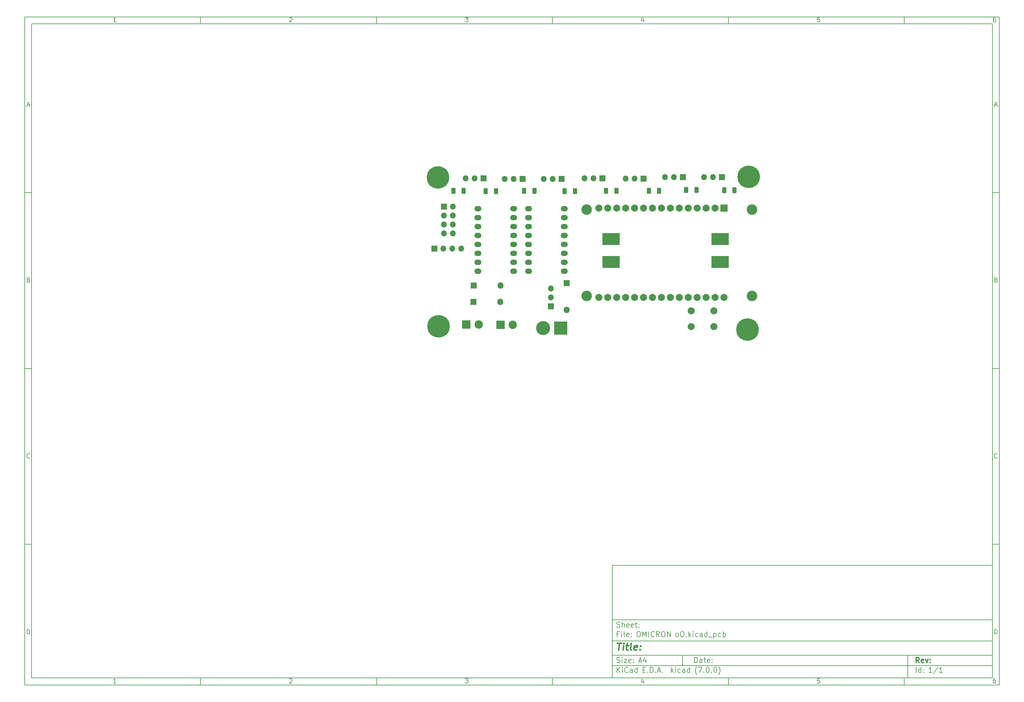
<source format=gbr>
%TF.GenerationSoftware,KiCad,Pcbnew,(7.0.0)*%
%TF.CreationDate,2023-04-21T00:05:07-05:00*%
%TF.ProjectId,OMICRON oO,4f4d4943-524f-44e2-906f-4f2e6b696361,rev?*%
%TF.SameCoordinates,Original*%
%TF.FileFunction,Soldermask,Bot*%
%TF.FilePolarity,Negative*%
%FSLAX46Y46*%
G04 Gerber Fmt 4.6, Leading zero omitted, Abs format (unit mm)*
G04 Created by KiCad (PCBNEW (7.0.0)) date 2023-04-21 00:05:07*
%MOMM*%
%LPD*%
G01*
G04 APERTURE LIST*
G04 Aperture macros list*
%AMRoundRect*
0 Rectangle with rounded corners*
0 $1 Rounding radius*
0 $2 $3 $4 $5 $6 $7 $8 $9 X,Y pos of 4 corners*
0 Add a 4 corners polygon primitive as box body*
4,1,4,$2,$3,$4,$5,$6,$7,$8,$9,$2,$3,0*
0 Add four circle primitives for the rounded corners*
1,1,$1+$1,$2,$3*
1,1,$1+$1,$4,$5*
1,1,$1+$1,$6,$7*
1,1,$1+$1,$8,$9*
0 Add four rect primitives between the rounded corners*
20,1,$1+$1,$2,$3,$4,$5,0*
20,1,$1+$1,$4,$5,$6,$7,0*
20,1,$1+$1,$6,$7,$8,$9,0*
20,1,$1+$1,$8,$9,$2,$3,0*%
G04 Aperture macros list end*
%ADD10C,0.100000*%
%ADD11C,0.150000*%
%ADD12C,0.300000*%
%ADD13C,0.400000*%
%ADD14O,2.000000X1.524000*%
%ADD15R,1.700000X1.700000*%
%ADD16O,1.700000X1.700000*%
%ADD17C,0.800000*%
%ADD18C,6.400000*%
%ADD19R,1.800000X1.800000*%
%ADD20O,1.800000X1.800000*%
%ADD21R,2.400000X2.400000*%
%ADD22C,2.400000*%
%ADD23R,3.800000X3.800000*%
%ADD24C,4.000000*%
%ADD25C,3.000000*%
%ADD26R,2.000000X2.000000*%
%ADD27C,2.000000*%
%ADD28RoundRect,0.250000X-0.312500X-0.625000X0.312500X-0.625000X0.312500X0.625000X-0.312500X0.625000X0*%
%ADD29RoundRect,0.250000X0.312500X0.625000X-0.312500X0.625000X-0.312500X-0.625000X0.312500X-0.625000X0*%
%ADD30R,5.000000X3.500000*%
G04 APERTURE END LIST*
D10*
D11*
X177002200Y-166007200D02*
X285002200Y-166007200D01*
X285002200Y-198007200D01*
X177002200Y-198007200D01*
X177002200Y-166007200D01*
D10*
D11*
X10000000Y-10000000D02*
X287002200Y-10000000D01*
X287002200Y-200007200D01*
X10000000Y-200007200D01*
X10000000Y-10000000D01*
D10*
D11*
X12000000Y-12000000D02*
X285002200Y-12000000D01*
X285002200Y-198007200D01*
X12000000Y-198007200D01*
X12000000Y-12000000D01*
D10*
D11*
X60000000Y-12000000D02*
X60000000Y-10000000D01*
D10*
D11*
X110000000Y-12000000D02*
X110000000Y-10000000D01*
D10*
D11*
X160000000Y-12000000D02*
X160000000Y-10000000D01*
D10*
D11*
X210000000Y-12000000D02*
X210000000Y-10000000D01*
D10*
D11*
X260000000Y-12000000D02*
X260000000Y-10000000D01*
D10*
D11*
X35990476Y-11477595D02*
X35247619Y-11477595D01*
X35619047Y-11477595D02*
X35619047Y-10177595D01*
X35619047Y-10177595D02*
X35495238Y-10363309D01*
X35495238Y-10363309D02*
X35371428Y-10487119D01*
X35371428Y-10487119D02*
X35247619Y-10549023D01*
D10*
D11*
X85247619Y-10301404D02*
X85309523Y-10239500D01*
X85309523Y-10239500D02*
X85433333Y-10177595D01*
X85433333Y-10177595D02*
X85742857Y-10177595D01*
X85742857Y-10177595D02*
X85866666Y-10239500D01*
X85866666Y-10239500D02*
X85928571Y-10301404D01*
X85928571Y-10301404D02*
X85990476Y-10425214D01*
X85990476Y-10425214D02*
X85990476Y-10549023D01*
X85990476Y-10549023D02*
X85928571Y-10734738D01*
X85928571Y-10734738D02*
X85185714Y-11477595D01*
X85185714Y-11477595D02*
X85990476Y-11477595D01*
D10*
D11*
X135185714Y-10177595D02*
X135990476Y-10177595D01*
X135990476Y-10177595D02*
X135557142Y-10672833D01*
X135557142Y-10672833D02*
X135742857Y-10672833D01*
X135742857Y-10672833D02*
X135866666Y-10734738D01*
X135866666Y-10734738D02*
X135928571Y-10796642D01*
X135928571Y-10796642D02*
X135990476Y-10920452D01*
X135990476Y-10920452D02*
X135990476Y-11229976D01*
X135990476Y-11229976D02*
X135928571Y-11353785D01*
X135928571Y-11353785D02*
X135866666Y-11415690D01*
X135866666Y-11415690D02*
X135742857Y-11477595D01*
X135742857Y-11477595D02*
X135371428Y-11477595D01*
X135371428Y-11477595D02*
X135247619Y-11415690D01*
X135247619Y-11415690D02*
X135185714Y-11353785D01*
D10*
D11*
X185866666Y-10610928D02*
X185866666Y-11477595D01*
X185557142Y-10115690D02*
X185247619Y-11044261D01*
X185247619Y-11044261D02*
X186052380Y-11044261D01*
D10*
D11*
X235928571Y-10177595D02*
X235309523Y-10177595D01*
X235309523Y-10177595D02*
X235247619Y-10796642D01*
X235247619Y-10796642D02*
X235309523Y-10734738D01*
X235309523Y-10734738D02*
X235433333Y-10672833D01*
X235433333Y-10672833D02*
X235742857Y-10672833D01*
X235742857Y-10672833D02*
X235866666Y-10734738D01*
X235866666Y-10734738D02*
X235928571Y-10796642D01*
X235928571Y-10796642D02*
X235990476Y-10920452D01*
X235990476Y-10920452D02*
X235990476Y-11229976D01*
X235990476Y-11229976D02*
X235928571Y-11353785D01*
X235928571Y-11353785D02*
X235866666Y-11415690D01*
X235866666Y-11415690D02*
X235742857Y-11477595D01*
X235742857Y-11477595D02*
X235433333Y-11477595D01*
X235433333Y-11477595D02*
X235309523Y-11415690D01*
X235309523Y-11415690D02*
X235247619Y-11353785D01*
D10*
D11*
X285866666Y-10177595D02*
X285619047Y-10177595D01*
X285619047Y-10177595D02*
X285495238Y-10239500D01*
X285495238Y-10239500D02*
X285433333Y-10301404D01*
X285433333Y-10301404D02*
X285309523Y-10487119D01*
X285309523Y-10487119D02*
X285247619Y-10734738D01*
X285247619Y-10734738D02*
X285247619Y-11229976D01*
X285247619Y-11229976D02*
X285309523Y-11353785D01*
X285309523Y-11353785D02*
X285371428Y-11415690D01*
X285371428Y-11415690D02*
X285495238Y-11477595D01*
X285495238Y-11477595D02*
X285742857Y-11477595D01*
X285742857Y-11477595D02*
X285866666Y-11415690D01*
X285866666Y-11415690D02*
X285928571Y-11353785D01*
X285928571Y-11353785D02*
X285990476Y-11229976D01*
X285990476Y-11229976D02*
X285990476Y-10920452D01*
X285990476Y-10920452D02*
X285928571Y-10796642D01*
X285928571Y-10796642D02*
X285866666Y-10734738D01*
X285866666Y-10734738D02*
X285742857Y-10672833D01*
X285742857Y-10672833D02*
X285495238Y-10672833D01*
X285495238Y-10672833D02*
X285371428Y-10734738D01*
X285371428Y-10734738D02*
X285309523Y-10796642D01*
X285309523Y-10796642D02*
X285247619Y-10920452D01*
D10*
D11*
X60000000Y-198007200D02*
X60000000Y-200007200D01*
D10*
D11*
X110000000Y-198007200D02*
X110000000Y-200007200D01*
D10*
D11*
X160000000Y-198007200D02*
X160000000Y-200007200D01*
D10*
D11*
X210000000Y-198007200D02*
X210000000Y-200007200D01*
D10*
D11*
X260000000Y-198007200D02*
X260000000Y-200007200D01*
D10*
D11*
X35990476Y-199484795D02*
X35247619Y-199484795D01*
X35619047Y-199484795D02*
X35619047Y-198184795D01*
X35619047Y-198184795D02*
X35495238Y-198370509D01*
X35495238Y-198370509D02*
X35371428Y-198494319D01*
X35371428Y-198494319D02*
X35247619Y-198556223D01*
D10*
D11*
X85247619Y-198308604D02*
X85309523Y-198246700D01*
X85309523Y-198246700D02*
X85433333Y-198184795D01*
X85433333Y-198184795D02*
X85742857Y-198184795D01*
X85742857Y-198184795D02*
X85866666Y-198246700D01*
X85866666Y-198246700D02*
X85928571Y-198308604D01*
X85928571Y-198308604D02*
X85990476Y-198432414D01*
X85990476Y-198432414D02*
X85990476Y-198556223D01*
X85990476Y-198556223D02*
X85928571Y-198741938D01*
X85928571Y-198741938D02*
X85185714Y-199484795D01*
X85185714Y-199484795D02*
X85990476Y-199484795D01*
D10*
D11*
X135185714Y-198184795D02*
X135990476Y-198184795D01*
X135990476Y-198184795D02*
X135557142Y-198680033D01*
X135557142Y-198680033D02*
X135742857Y-198680033D01*
X135742857Y-198680033D02*
X135866666Y-198741938D01*
X135866666Y-198741938D02*
X135928571Y-198803842D01*
X135928571Y-198803842D02*
X135990476Y-198927652D01*
X135990476Y-198927652D02*
X135990476Y-199237176D01*
X135990476Y-199237176D02*
X135928571Y-199360985D01*
X135928571Y-199360985D02*
X135866666Y-199422890D01*
X135866666Y-199422890D02*
X135742857Y-199484795D01*
X135742857Y-199484795D02*
X135371428Y-199484795D01*
X135371428Y-199484795D02*
X135247619Y-199422890D01*
X135247619Y-199422890D02*
X135185714Y-199360985D01*
D10*
D11*
X185866666Y-198618128D02*
X185866666Y-199484795D01*
X185557142Y-198122890D02*
X185247619Y-199051461D01*
X185247619Y-199051461D02*
X186052380Y-199051461D01*
D10*
D11*
X235928571Y-198184795D02*
X235309523Y-198184795D01*
X235309523Y-198184795D02*
X235247619Y-198803842D01*
X235247619Y-198803842D02*
X235309523Y-198741938D01*
X235309523Y-198741938D02*
X235433333Y-198680033D01*
X235433333Y-198680033D02*
X235742857Y-198680033D01*
X235742857Y-198680033D02*
X235866666Y-198741938D01*
X235866666Y-198741938D02*
X235928571Y-198803842D01*
X235928571Y-198803842D02*
X235990476Y-198927652D01*
X235990476Y-198927652D02*
X235990476Y-199237176D01*
X235990476Y-199237176D02*
X235928571Y-199360985D01*
X235928571Y-199360985D02*
X235866666Y-199422890D01*
X235866666Y-199422890D02*
X235742857Y-199484795D01*
X235742857Y-199484795D02*
X235433333Y-199484795D01*
X235433333Y-199484795D02*
X235309523Y-199422890D01*
X235309523Y-199422890D02*
X235247619Y-199360985D01*
D10*
D11*
X285866666Y-198184795D02*
X285619047Y-198184795D01*
X285619047Y-198184795D02*
X285495238Y-198246700D01*
X285495238Y-198246700D02*
X285433333Y-198308604D01*
X285433333Y-198308604D02*
X285309523Y-198494319D01*
X285309523Y-198494319D02*
X285247619Y-198741938D01*
X285247619Y-198741938D02*
X285247619Y-199237176D01*
X285247619Y-199237176D02*
X285309523Y-199360985D01*
X285309523Y-199360985D02*
X285371428Y-199422890D01*
X285371428Y-199422890D02*
X285495238Y-199484795D01*
X285495238Y-199484795D02*
X285742857Y-199484795D01*
X285742857Y-199484795D02*
X285866666Y-199422890D01*
X285866666Y-199422890D02*
X285928571Y-199360985D01*
X285928571Y-199360985D02*
X285990476Y-199237176D01*
X285990476Y-199237176D02*
X285990476Y-198927652D01*
X285990476Y-198927652D02*
X285928571Y-198803842D01*
X285928571Y-198803842D02*
X285866666Y-198741938D01*
X285866666Y-198741938D02*
X285742857Y-198680033D01*
X285742857Y-198680033D02*
X285495238Y-198680033D01*
X285495238Y-198680033D02*
X285371428Y-198741938D01*
X285371428Y-198741938D02*
X285309523Y-198803842D01*
X285309523Y-198803842D02*
X285247619Y-198927652D01*
D10*
D11*
X10000000Y-60000000D02*
X12000000Y-60000000D01*
D10*
D11*
X10000000Y-110000000D02*
X12000000Y-110000000D01*
D10*
D11*
X10000000Y-160000000D02*
X12000000Y-160000000D01*
D10*
D11*
X10690476Y-35106166D02*
X11309523Y-35106166D01*
X10566666Y-35477595D02*
X10999999Y-34177595D01*
X10999999Y-34177595D02*
X11433333Y-35477595D01*
D10*
D11*
X11092857Y-84796642D02*
X11278571Y-84858547D01*
X11278571Y-84858547D02*
X11340476Y-84920452D01*
X11340476Y-84920452D02*
X11402380Y-85044261D01*
X11402380Y-85044261D02*
X11402380Y-85229976D01*
X11402380Y-85229976D02*
X11340476Y-85353785D01*
X11340476Y-85353785D02*
X11278571Y-85415690D01*
X11278571Y-85415690D02*
X11154761Y-85477595D01*
X11154761Y-85477595D02*
X10659523Y-85477595D01*
X10659523Y-85477595D02*
X10659523Y-84177595D01*
X10659523Y-84177595D02*
X11092857Y-84177595D01*
X11092857Y-84177595D02*
X11216666Y-84239500D01*
X11216666Y-84239500D02*
X11278571Y-84301404D01*
X11278571Y-84301404D02*
X11340476Y-84425214D01*
X11340476Y-84425214D02*
X11340476Y-84549023D01*
X11340476Y-84549023D02*
X11278571Y-84672833D01*
X11278571Y-84672833D02*
X11216666Y-84734738D01*
X11216666Y-84734738D02*
X11092857Y-84796642D01*
X11092857Y-84796642D02*
X10659523Y-84796642D01*
D10*
D11*
X11402380Y-135353785D02*
X11340476Y-135415690D01*
X11340476Y-135415690D02*
X11154761Y-135477595D01*
X11154761Y-135477595D02*
X11030952Y-135477595D01*
X11030952Y-135477595D02*
X10845238Y-135415690D01*
X10845238Y-135415690D02*
X10721428Y-135291880D01*
X10721428Y-135291880D02*
X10659523Y-135168071D01*
X10659523Y-135168071D02*
X10597619Y-134920452D01*
X10597619Y-134920452D02*
X10597619Y-134734738D01*
X10597619Y-134734738D02*
X10659523Y-134487119D01*
X10659523Y-134487119D02*
X10721428Y-134363309D01*
X10721428Y-134363309D02*
X10845238Y-134239500D01*
X10845238Y-134239500D02*
X11030952Y-134177595D01*
X11030952Y-134177595D02*
X11154761Y-134177595D01*
X11154761Y-134177595D02*
X11340476Y-134239500D01*
X11340476Y-134239500D02*
X11402380Y-134301404D01*
D10*
D11*
X10659523Y-185477595D02*
X10659523Y-184177595D01*
X10659523Y-184177595D02*
X10969047Y-184177595D01*
X10969047Y-184177595D02*
X11154761Y-184239500D01*
X11154761Y-184239500D02*
X11278571Y-184363309D01*
X11278571Y-184363309D02*
X11340476Y-184487119D01*
X11340476Y-184487119D02*
X11402380Y-184734738D01*
X11402380Y-184734738D02*
X11402380Y-184920452D01*
X11402380Y-184920452D02*
X11340476Y-185168071D01*
X11340476Y-185168071D02*
X11278571Y-185291880D01*
X11278571Y-185291880D02*
X11154761Y-185415690D01*
X11154761Y-185415690D02*
X10969047Y-185477595D01*
X10969047Y-185477595D02*
X10659523Y-185477595D01*
D10*
D11*
X287002200Y-60000000D02*
X285002200Y-60000000D01*
D10*
D11*
X287002200Y-110000000D02*
X285002200Y-110000000D01*
D10*
D11*
X287002200Y-160000000D02*
X285002200Y-160000000D01*
D10*
D11*
X285692676Y-35106166D02*
X286311723Y-35106166D01*
X285568866Y-35477595D02*
X286002199Y-34177595D01*
X286002199Y-34177595D02*
X286435533Y-35477595D01*
D10*
D11*
X286095057Y-84796642D02*
X286280771Y-84858547D01*
X286280771Y-84858547D02*
X286342676Y-84920452D01*
X286342676Y-84920452D02*
X286404580Y-85044261D01*
X286404580Y-85044261D02*
X286404580Y-85229976D01*
X286404580Y-85229976D02*
X286342676Y-85353785D01*
X286342676Y-85353785D02*
X286280771Y-85415690D01*
X286280771Y-85415690D02*
X286156961Y-85477595D01*
X286156961Y-85477595D02*
X285661723Y-85477595D01*
X285661723Y-85477595D02*
X285661723Y-84177595D01*
X285661723Y-84177595D02*
X286095057Y-84177595D01*
X286095057Y-84177595D02*
X286218866Y-84239500D01*
X286218866Y-84239500D02*
X286280771Y-84301404D01*
X286280771Y-84301404D02*
X286342676Y-84425214D01*
X286342676Y-84425214D02*
X286342676Y-84549023D01*
X286342676Y-84549023D02*
X286280771Y-84672833D01*
X286280771Y-84672833D02*
X286218866Y-84734738D01*
X286218866Y-84734738D02*
X286095057Y-84796642D01*
X286095057Y-84796642D02*
X285661723Y-84796642D01*
D10*
D11*
X286404580Y-135353785D02*
X286342676Y-135415690D01*
X286342676Y-135415690D02*
X286156961Y-135477595D01*
X286156961Y-135477595D02*
X286033152Y-135477595D01*
X286033152Y-135477595D02*
X285847438Y-135415690D01*
X285847438Y-135415690D02*
X285723628Y-135291880D01*
X285723628Y-135291880D02*
X285661723Y-135168071D01*
X285661723Y-135168071D02*
X285599819Y-134920452D01*
X285599819Y-134920452D02*
X285599819Y-134734738D01*
X285599819Y-134734738D02*
X285661723Y-134487119D01*
X285661723Y-134487119D02*
X285723628Y-134363309D01*
X285723628Y-134363309D02*
X285847438Y-134239500D01*
X285847438Y-134239500D02*
X286033152Y-134177595D01*
X286033152Y-134177595D02*
X286156961Y-134177595D01*
X286156961Y-134177595D02*
X286342676Y-134239500D01*
X286342676Y-134239500D02*
X286404580Y-134301404D01*
D10*
D11*
X285661723Y-185477595D02*
X285661723Y-184177595D01*
X285661723Y-184177595D02*
X285971247Y-184177595D01*
X285971247Y-184177595D02*
X286156961Y-184239500D01*
X286156961Y-184239500D02*
X286280771Y-184363309D01*
X286280771Y-184363309D02*
X286342676Y-184487119D01*
X286342676Y-184487119D02*
X286404580Y-184734738D01*
X286404580Y-184734738D02*
X286404580Y-184920452D01*
X286404580Y-184920452D02*
X286342676Y-185168071D01*
X286342676Y-185168071D02*
X286280771Y-185291880D01*
X286280771Y-185291880D02*
X286156961Y-185415690D01*
X286156961Y-185415690D02*
X285971247Y-185477595D01*
X285971247Y-185477595D02*
X285661723Y-185477595D01*
D10*
D11*
X200359342Y-193658271D02*
X200359342Y-192158271D01*
X200359342Y-192158271D02*
X200716485Y-192158271D01*
X200716485Y-192158271D02*
X200930771Y-192229700D01*
X200930771Y-192229700D02*
X201073628Y-192372557D01*
X201073628Y-192372557D02*
X201145057Y-192515414D01*
X201145057Y-192515414D02*
X201216485Y-192801128D01*
X201216485Y-192801128D02*
X201216485Y-193015414D01*
X201216485Y-193015414D02*
X201145057Y-193301128D01*
X201145057Y-193301128D02*
X201073628Y-193443985D01*
X201073628Y-193443985D02*
X200930771Y-193586842D01*
X200930771Y-193586842D02*
X200716485Y-193658271D01*
X200716485Y-193658271D02*
X200359342Y-193658271D01*
X202502200Y-193658271D02*
X202502200Y-192872557D01*
X202502200Y-192872557D02*
X202430771Y-192729700D01*
X202430771Y-192729700D02*
X202287914Y-192658271D01*
X202287914Y-192658271D02*
X202002200Y-192658271D01*
X202002200Y-192658271D02*
X201859342Y-192729700D01*
X202502200Y-193586842D02*
X202359342Y-193658271D01*
X202359342Y-193658271D02*
X202002200Y-193658271D01*
X202002200Y-193658271D02*
X201859342Y-193586842D01*
X201859342Y-193586842D02*
X201787914Y-193443985D01*
X201787914Y-193443985D02*
X201787914Y-193301128D01*
X201787914Y-193301128D02*
X201859342Y-193158271D01*
X201859342Y-193158271D02*
X202002200Y-193086842D01*
X202002200Y-193086842D02*
X202359342Y-193086842D01*
X202359342Y-193086842D02*
X202502200Y-193015414D01*
X203002200Y-192658271D02*
X203573628Y-192658271D01*
X203216485Y-192158271D02*
X203216485Y-193443985D01*
X203216485Y-193443985D02*
X203287914Y-193586842D01*
X203287914Y-193586842D02*
X203430771Y-193658271D01*
X203430771Y-193658271D02*
X203573628Y-193658271D01*
X204645057Y-193586842D02*
X204502200Y-193658271D01*
X204502200Y-193658271D02*
X204216486Y-193658271D01*
X204216486Y-193658271D02*
X204073628Y-193586842D01*
X204073628Y-193586842D02*
X204002200Y-193443985D01*
X204002200Y-193443985D02*
X204002200Y-192872557D01*
X204002200Y-192872557D02*
X204073628Y-192729700D01*
X204073628Y-192729700D02*
X204216486Y-192658271D01*
X204216486Y-192658271D02*
X204502200Y-192658271D01*
X204502200Y-192658271D02*
X204645057Y-192729700D01*
X204645057Y-192729700D02*
X204716486Y-192872557D01*
X204716486Y-192872557D02*
X204716486Y-193015414D01*
X204716486Y-193015414D02*
X204002200Y-193158271D01*
X205359342Y-193515414D02*
X205430771Y-193586842D01*
X205430771Y-193586842D02*
X205359342Y-193658271D01*
X205359342Y-193658271D02*
X205287914Y-193586842D01*
X205287914Y-193586842D02*
X205359342Y-193515414D01*
X205359342Y-193515414D02*
X205359342Y-193658271D01*
X205359342Y-192729700D02*
X205430771Y-192801128D01*
X205430771Y-192801128D02*
X205359342Y-192872557D01*
X205359342Y-192872557D02*
X205287914Y-192801128D01*
X205287914Y-192801128D02*
X205359342Y-192729700D01*
X205359342Y-192729700D02*
X205359342Y-192872557D01*
D10*
D11*
X177002200Y-194507200D02*
X285002200Y-194507200D01*
D10*
D11*
X178359342Y-196458271D02*
X178359342Y-194958271D01*
X179216485Y-196458271D02*
X178573628Y-195601128D01*
X179216485Y-194958271D02*
X178359342Y-195815414D01*
X179859342Y-196458271D02*
X179859342Y-195458271D01*
X179859342Y-194958271D02*
X179787914Y-195029700D01*
X179787914Y-195029700D02*
X179859342Y-195101128D01*
X179859342Y-195101128D02*
X179930771Y-195029700D01*
X179930771Y-195029700D02*
X179859342Y-194958271D01*
X179859342Y-194958271D02*
X179859342Y-195101128D01*
X181430771Y-196315414D02*
X181359343Y-196386842D01*
X181359343Y-196386842D02*
X181145057Y-196458271D01*
X181145057Y-196458271D02*
X181002200Y-196458271D01*
X181002200Y-196458271D02*
X180787914Y-196386842D01*
X180787914Y-196386842D02*
X180645057Y-196243985D01*
X180645057Y-196243985D02*
X180573628Y-196101128D01*
X180573628Y-196101128D02*
X180502200Y-195815414D01*
X180502200Y-195815414D02*
X180502200Y-195601128D01*
X180502200Y-195601128D02*
X180573628Y-195315414D01*
X180573628Y-195315414D02*
X180645057Y-195172557D01*
X180645057Y-195172557D02*
X180787914Y-195029700D01*
X180787914Y-195029700D02*
X181002200Y-194958271D01*
X181002200Y-194958271D02*
X181145057Y-194958271D01*
X181145057Y-194958271D02*
X181359343Y-195029700D01*
X181359343Y-195029700D02*
X181430771Y-195101128D01*
X182716486Y-196458271D02*
X182716486Y-195672557D01*
X182716486Y-195672557D02*
X182645057Y-195529700D01*
X182645057Y-195529700D02*
X182502200Y-195458271D01*
X182502200Y-195458271D02*
X182216486Y-195458271D01*
X182216486Y-195458271D02*
X182073628Y-195529700D01*
X182716486Y-196386842D02*
X182573628Y-196458271D01*
X182573628Y-196458271D02*
X182216486Y-196458271D01*
X182216486Y-196458271D02*
X182073628Y-196386842D01*
X182073628Y-196386842D02*
X182002200Y-196243985D01*
X182002200Y-196243985D02*
X182002200Y-196101128D01*
X182002200Y-196101128D02*
X182073628Y-195958271D01*
X182073628Y-195958271D02*
X182216486Y-195886842D01*
X182216486Y-195886842D02*
X182573628Y-195886842D01*
X182573628Y-195886842D02*
X182716486Y-195815414D01*
X184073629Y-196458271D02*
X184073629Y-194958271D01*
X184073629Y-196386842D02*
X183930771Y-196458271D01*
X183930771Y-196458271D02*
X183645057Y-196458271D01*
X183645057Y-196458271D02*
X183502200Y-196386842D01*
X183502200Y-196386842D02*
X183430771Y-196315414D01*
X183430771Y-196315414D02*
X183359343Y-196172557D01*
X183359343Y-196172557D02*
X183359343Y-195743985D01*
X183359343Y-195743985D02*
X183430771Y-195601128D01*
X183430771Y-195601128D02*
X183502200Y-195529700D01*
X183502200Y-195529700D02*
X183645057Y-195458271D01*
X183645057Y-195458271D02*
X183930771Y-195458271D01*
X183930771Y-195458271D02*
X184073629Y-195529700D01*
X185687914Y-195672557D02*
X186187914Y-195672557D01*
X186402200Y-196458271D02*
X185687914Y-196458271D01*
X185687914Y-196458271D02*
X185687914Y-194958271D01*
X185687914Y-194958271D02*
X186402200Y-194958271D01*
X187045057Y-196315414D02*
X187116486Y-196386842D01*
X187116486Y-196386842D02*
X187045057Y-196458271D01*
X187045057Y-196458271D02*
X186973629Y-196386842D01*
X186973629Y-196386842D02*
X187045057Y-196315414D01*
X187045057Y-196315414D02*
X187045057Y-196458271D01*
X187759343Y-196458271D02*
X187759343Y-194958271D01*
X187759343Y-194958271D02*
X188116486Y-194958271D01*
X188116486Y-194958271D02*
X188330772Y-195029700D01*
X188330772Y-195029700D02*
X188473629Y-195172557D01*
X188473629Y-195172557D02*
X188545058Y-195315414D01*
X188545058Y-195315414D02*
X188616486Y-195601128D01*
X188616486Y-195601128D02*
X188616486Y-195815414D01*
X188616486Y-195815414D02*
X188545058Y-196101128D01*
X188545058Y-196101128D02*
X188473629Y-196243985D01*
X188473629Y-196243985D02*
X188330772Y-196386842D01*
X188330772Y-196386842D02*
X188116486Y-196458271D01*
X188116486Y-196458271D02*
X187759343Y-196458271D01*
X189259343Y-196315414D02*
X189330772Y-196386842D01*
X189330772Y-196386842D02*
X189259343Y-196458271D01*
X189259343Y-196458271D02*
X189187915Y-196386842D01*
X189187915Y-196386842D02*
X189259343Y-196315414D01*
X189259343Y-196315414D02*
X189259343Y-196458271D01*
X189902201Y-196029700D02*
X190616487Y-196029700D01*
X189759344Y-196458271D02*
X190259344Y-194958271D01*
X190259344Y-194958271D02*
X190759344Y-196458271D01*
X191259343Y-196315414D02*
X191330772Y-196386842D01*
X191330772Y-196386842D02*
X191259343Y-196458271D01*
X191259343Y-196458271D02*
X191187915Y-196386842D01*
X191187915Y-196386842D02*
X191259343Y-196315414D01*
X191259343Y-196315414D02*
X191259343Y-196458271D01*
X193773629Y-196458271D02*
X193773629Y-194958271D01*
X193916487Y-195886842D02*
X194345058Y-196458271D01*
X194345058Y-195458271D02*
X193773629Y-196029700D01*
X194987915Y-196458271D02*
X194987915Y-195458271D01*
X194987915Y-194958271D02*
X194916487Y-195029700D01*
X194916487Y-195029700D02*
X194987915Y-195101128D01*
X194987915Y-195101128D02*
X195059344Y-195029700D01*
X195059344Y-195029700D02*
X194987915Y-194958271D01*
X194987915Y-194958271D02*
X194987915Y-195101128D01*
X196345059Y-196386842D02*
X196202201Y-196458271D01*
X196202201Y-196458271D02*
X195916487Y-196458271D01*
X195916487Y-196458271D02*
X195773630Y-196386842D01*
X195773630Y-196386842D02*
X195702201Y-196315414D01*
X195702201Y-196315414D02*
X195630773Y-196172557D01*
X195630773Y-196172557D02*
X195630773Y-195743985D01*
X195630773Y-195743985D02*
X195702201Y-195601128D01*
X195702201Y-195601128D02*
X195773630Y-195529700D01*
X195773630Y-195529700D02*
X195916487Y-195458271D01*
X195916487Y-195458271D02*
X196202201Y-195458271D01*
X196202201Y-195458271D02*
X196345059Y-195529700D01*
X197630773Y-196458271D02*
X197630773Y-195672557D01*
X197630773Y-195672557D02*
X197559344Y-195529700D01*
X197559344Y-195529700D02*
X197416487Y-195458271D01*
X197416487Y-195458271D02*
X197130773Y-195458271D01*
X197130773Y-195458271D02*
X196987915Y-195529700D01*
X197630773Y-196386842D02*
X197487915Y-196458271D01*
X197487915Y-196458271D02*
X197130773Y-196458271D01*
X197130773Y-196458271D02*
X196987915Y-196386842D01*
X196987915Y-196386842D02*
X196916487Y-196243985D01*
X196916487Y-196243985D02*
X196916487Y-196101128D01*
X196916487Y-196101128D02*
X196987915Y-195958271D01*
X196987915Y-195958271D02*
X197130773Y-195886842D01*
X197130773Y-195886842D02*
X197487915Y-195886842D01*
X197487915Y-195886842D02*
X197630773Y-195815414D01*
X198987916Y-196458271D02*
X198987916Y-194958271D01*
X198987916Y-196386842D02*
X198845058Y-196458271D01*
X198845058Y-196458271D02*
X198559344Y-196458271D01*
X198559344Y-196458271D02*
X198416487Y-196386842D01*
X198416487Y-196386842D02*
X198345058Y-196315414D01*
X198345058Y-196315414D02*
X198273630Y-196172557D01*
X198273630Y-196172557D02*
X198273630Y-195743985D01*
X198273630Y-195743985D02*
X198345058Y-195601128D01*
X198345058Y-195601128D02*
X198416487Y-195529700D01*
X198416487Y-195529700D02*
X198559344Y-195458271D01*
X198559344Y-195458271D02*
X198845058Y-195458271D01*
X198845058Y-195458271D02*
X198987916Y-195529700D01*
X201030773Y-197029700D02*
X200959344Y-196958271D01*
X200959344Y-196958271D02*
X200816487Y-196743985D01*
X200816487Y-196743985D02*
X200745059Y-196601128D01*
X200745059Y-196601128D02*
X200673630Y-196386842D01*
X200673630Y-196386842D02*
X200602201Y-196029700D01*
X200602201Y-196029700D02*
X200602201Y-195743985D01*
X200602201Y-195743985D02*
X200673630Y-195386842D01*
X200673630Y-195386842D02*
X200745059Y-195172557D01*
X200745059Y-195172557D02*
X200816487Y-195029700D01*
X200816487Y-195029700D02*
X200959344Y-194815414D01*
X200959344Y-194815414D02*
X201030773Y-194743985D01*
X201459344Y-194958271D02*
X202459344Y-194958271D01*
X202459344Y-194958271D02*
X201816487Y-196458271D01*
X203030772Y-196315414D02*
X203102201Y-196386842D01*
X203102201Y-196386842D02*
X203030772Y-196458271D01*
X203030772Y-196458271D02*
X202959344Y-196386842D01*
X202959344Y-196386842D02*
X203030772Y-196315414D01*
X203030772Y-196315414D02*
X203030772Y-196458271D01*
X204030773Y-194958271D02*
X204173630Y-194958271D01*
X204173630Y-194958271D02*
X204316487Y-195029700D01*
X204316487Y-195029700D02*
X204387916Y-195101128D01*
X204387916Y-195101128D02*
X204459344Y-195243985D01*
X204459344Y-195243985D02*
X204530773Y-195529700D01*
X204530773Y-195529700D02*
X204530773Y-195886842D01*
X204530773Y-195886842D02*
X204459344Y-196172557D01*
X204459344Y-196172557D02*
X204387916Y-196315414D01*
X204387916Y-196315414D02*
X204316487Y-196386842D01*
X204316487Y-196386842D02*
X204173630Y-196458271D01*
X204173630Y-196458271D02*
X204030773Y-196458271D01*
X204030773Y-196458271D02*
X203887916Y-196386842D01*
X203887916Y-196386842D02*
X203816487Y-196315414D01*
X203816487Y-196315414D02*
X203745058Y-196172557D01*
X203745058Y-196172557D02*
X203673630Y-195886842D01*
X203673630Y-195886842D02*
X203673630Y-195529700D01*
X203673630Y-195529700D02*
X203745058Y-195243985D01*
X203745058Y-195243985D02*
X203816487Y-195101128D01*
X203816487Y-195101128D02*
X203887916Y-195029700D01*
X203887916Y-195029700D02*
X204030773Y-194958271D01*
X205173629Y-196315414D02*
X205245058Y-196386842D01*
X205245058Y-196386842D02*
X205173629Y-196458271D01*
X205173629Y-196458271D02*
X205102201Y-196386842D01*
X205102201Y-196386842D02*
X205173629Y-196315414D01*
X205173629Y-196315414D02*
X205173629Y-196458271D01*
X206173630Y-194958271D02*
X206316487Y-194958271D01*
X206316487Y-194958271D02*
X206459344Y-195029700D01*
X206459344Y-195029700D02*
X206530773Y-195101128D01*
X206530773Y-195101128D02*
X206602201Y-195243985D01*
X206602201Y-195243985D02*
X206673630Y-195529700D01*
X206673630Y-195529700D02*
X206673630Y-195886842D01*
X206673630Y-195886842D02*
X206602201Y-196172557D01*
X206602201Y-196172557D02*
X206530773Y-196315414D01*
X206530773Y-196315414D02*
X206459344Y-196386842D01*
X206459344Y-196386842D02*
X206316487Y-196458271D01*
X206316487Y-196458271D02*
X206173630Y-196458271D01*
X206173630Y-196458271D02*
X206030773Y-196386842D01*
X206030773Y-196386842D02*
X205959344Y-196315414D01*
X205959344Y-196315414D02*
X205887915Y-196172557D01*
X205887915Y-196172557D02*
X205816487Y-195886842D01*
X205816487Y-195886842D02*
X205816487Y-195529700D01*
X205816487Y-195529700D02*
X205887915Y-195243985D01*
X205887915Y-195243985D02*
X205959344Y-195101128D01*
X205959344Y-195101128D02*
X206030773Y-195029700D01*
X206030773Y-195029700D02*
X206173630Y-194958271D01*
X207173629Y-197029700D02*
X207245058Y-196958271D01*
X207245058Y-196958271D02*
X207387915Y-196743985D01*
X207387915Y-196743985D02*
X207459344Y-196601128D01*
X207459344Y-196601128D02*
X207530772Y-196386842D01*
X207530772Y-196386842D02*
X207602201Y-196029700D01*
X207602201Y-196029700D02*
X207602201Y-195743985D01*
X207602201Y-195743985D02*
X207530772Y-195386842D01*
X207530772Y-195386842D02*
X207459344Y-195172557D01*
X207459344Y-195172557D02*
X207387915Y-195029700D01*
X207387915Y-195029700D02*
X207245058Y-194815414D01*
X207245058Y-194815414D02*
X207173629Y-194743985D01*
D10*
D11*
X177002200Y-191507200D02*
X285002200Y-191507200D01*
D10*
D12*
X264216485Y-193658271D02*
X263716485Y-192943985D01*
X263359342Y-193658271D02*
X263359342Y-192158271D01*
X263359342Y-192158271D02*
X263930771Y-192158271D01*
X263930771Y-192158271D02*
X264073628Y-192229700D01*
X264073628Y-192229700D02*
X264145057Y-192301128D01*
X264145057Y-192301128D02*
X264216485Y-192443985D01*
X264216485Y-192443985D02*
X264216485Y-192658271D01*
X264216485Y-192658271D02*
X264145057Y-192801128D01*
X264145057Y-192801128D02*
X264073628Y-192872557D01*
X264073628Y-192872557D02*
X263930771Y-192943985D01*
X263930771Y-192943985D02*
X263359342Y-192943985D01*
X265430771Y-193586842D02*
X265287914Y-193658271D01*
X265287914Y-193658271D02*
X265002200Y-193658271D01*
X265002200Y-193658271D02*
X264859342Y-193586842D01*
X264859342Y-193586842D02*
X264787914Y-193443985D01*
X264787914Y-193443985D02*
X264787914Y-192872557D01*
X264787914Y-192872557D02*
X264859342Y-192729700D01*
X264859342Y-192729700D02*
X265002200Y-192658271D01*
X265002200Y-192658271D02*
X265287914Y-192658271D01*
X265287914Y-192658271D02*
X265430771Y-192729700D01*
X265430771Y-192729700D02*
X265502200Y-192872557D01*
X265502200Y-192872557D02*
X265502200Y-193015414D01*
X265502200Y-193015414D02*
X264787914Y-193158271D01*
X266002199Y-192658271D02*
X266359342Y-193658271D01*
X266359342Y-193658271D02*
X266716485Y-192658271D01*
X267287913Y-193515414D02*
X267359342Y-193586842D01*
X267359342Y-193586842D02*
X267287913Y-193658271D01*
X267287913Y-193658271D02*
X267216485Y-193586842D01*
X267216485Y-193586842D02*
X267287913Y-193515414D01*
X267287913Y-193515414D02*
X267287913Y-193658271D01*
X267287913Y-192729700D02*
X267359342Y-192801128D01*
X267359342Y-192801128D02*
X267287913Y-192872557D01*
X267287913Y-192872557D02*
X267216485Y-192801128D01*
X267216485Y-192801128D02*
X267287913Y-192729700D01*
X267287913Y-192729700D02*
X267287913Y-192872557D01*
D10*
D11*
X178287914Y-193586842D02*
X178502200Y-193658271D01*
X178502200Y-193658271D02*
X178859342Y-193658271D01*
X178859342Y-193658271D02*
X179002200Y-193586842D01*
X179002200Y-193586842D02*
X179073628Y-193515414D01*
X179073628Y-193515414D02*
X179145057Y-193372557D01*
X179145057Y-193372557D02*
X179145057Y-193229700D01*
X179145057Y-193229700D02*
X179073628Y-193086842D01*
X179073628Y-193086842D02*
X179002200Y-193015414D01*
X179002200Y-193015414D02*
X178859342Y-192943985D01*
X178859342Y-192943985D02*
X178573628Y-192872557D01*
X178573628Y-192872557D02*
X178430771Y-192801128D01*
X178430771Y-192801128D02*
X178359342Y-192729700D01*
X178359342Y-192729700D02*
X178287914Y-192586842D01*
X178287914Y-192586842D02*
X178287914Y-192443985D01*
X178287914Y-192443985D02*
X178359342Y-192301128D01*
X178359342Y-192301128D02*
X178430771Y-192229700D01*
X178430771Y-192229700D02*
X178573628Y-192158271D01*
X178573628Y-192158271D02*
X178930771Y-192158271D01*
X178930771Y-192158271D02*
X179145057Y-192229700D01*
X179787913Y-193658271D02*
X179787913Y-192658271D01*
X179787913Y-192158271D02*
X179716485Y-192229700D01*
X179716485Y-192229700D02*
X179787913Y-192301128D01*
X179787913Y-192301128D02*
X179859342Y-192229700D01*
X179859342Y-192229700D02*
X179787913Y-192158271D01*
X179787913Y-192158271D02*
X179787913Y-192301128D01*
X180359342Y-192658271D02*
X181145057Y-192658271D01*
X181145057Y-192658271D02*
X180359342Y-193658271D01*
X180359342Y-193658271D02*
X181145057Y-193658271D01*
X182287914Y-193586842D02*
X182145057Y-193658271D01*
X182145057Y-193658271D02*
X181859343Y-193658271D01*
X181859343Y-193658271D02*
X181716485Y-193586842D01*
X181716485Y-193586842D02*
X181645057Y-193443985D01*
X181645057Y-193443985D02*
X181645057Y-192872557D01*
X181645057Y-192872557D02*
X181716485Y-192729700D01*
X181716485Y-192729700D02*
X181859343Y-192658271D01*
X181859343Y-192658271D02*
X182145057Y-192658271D01*
X182145057Y-192658271D02*
X182287914Y-192729700D01*
X182287914Y-192729700D02*
X182359343Y-192872557D01*
X182359343Y-192872557D02*
X182359343Y-193015414D01*
X182359343Y-193015414D02*
X181645057Y-193158271D01*
X183002199Y-193515414D02*
X183073628Y-193586842D01*
X183073628Y-193586842D02*
X183002199Y-193658271D01*
X183002199Y-193658271D02*
X182930771Y-193586842D01*
X182930771Y-193586842D02*
X183002199Y-193515414D01*
X183002199Y-193515414D02*
X183002199Y-193658271D01*
X183002199Y-192729700D02*
X183073628Y-192801128D01*
X183073628Y-192801128D02*
X183002199Y-192872557D01*
X183002199Y-192872557D02*
X182930771Y-192801128D01*
X182930771Y-192801128D02*
X183002199Y-192729700D01*
X183002199Y-192729700D02*
X183002199Y-192872557D01*
X184545057Y-193229700D02*
X185259343Y-193229700D01*
X184402200Y-193658271D02*
X184902200Y-192158271D01*
X184902200Y-192158271D02*
X185402200Y-193658271D01*
X186545057Y-192658271D02*
X186545057Y-193658271D01*
X186187914Y-192086842D02*
X185830771Y-193158271D01*
X185830771Y-193158271D02*
X186759342Y-193158271D01*
D10*
D11*
X263359342Y-196458271D02*
X263359342Y-194958271D01*
X264716486Y-196458271D02*
X264716486Y-194958271D01*
X264716486Y-196386842D02*
X264573628Y-196458271D01*
X264573628Y-196458271D02*
X264287914Y-196458271D01*
X264287914Y-196458271D02*
X264145057Y-196386842D01*
X264145057Y-196386842D02*
X264073628Y-196315414D01*
X264073628Y-196315414D02*
X264002200Y-196172557D01*
X264002200Y-196172557D02*
X264002200Y-195743985D01*
X264002200Y-195743985D02*
X264073628Y-195601128D01*
X264073628Y-195601128D02*
X264145057Y-195529700D01*
X264145057Y-195529700D02*
X264287914Y-195458271D01*
X264287914Y-195458271D02*
X264573628Y-195458271D01*
X264573628Y-195458271D02*
X264716486Y-195529700D01*
X265430771Y-196315414D02*
X265502200Y-196386842D01*
X265502200Y-196386842D02*
X265430771Y-196458271D01*
X265430771Y-196458271D02*
X265359343Y-196386842D01*
X265359343Y-196386842D02*
X265430771Y-196315414D01*
X265430771Y-196315414D02*
X265430771Y-196458271D01*
X265430771Y-195529700D02*
X265502200Y-195601128D01*
X265502200Y-195601128D02*
X265430771Y-195672557D01*
X265430771Y-195672557D02*
X265359343Y-195601128D01*
X265359343Y-195601128D02*
X265430771Y-195529700D01*
X265430771Y-195529700D02*
X265430771Y-195672557D01*
X267830772Y-196458271D02*
X266973629Y-196458271D01*
X267402200Y-196458271D02*
X267402200Y-194958271D01*
X267402200Y-194958271D02*
X267259343Y-195172557D01*
X267259343Y-195172557D02*
X267116486Y-195315414D01*
X267116486Y-195315414D02*
X266973629Y-195386842D01*
X269545057Y-194886842D02*
X268259343Y-196815414D01*
X270830772Y-196458271D02*
X269973629Y-196458271D01*
X270402200Y-196458271D02*
X270402200Y-194958271D01*
X270402200Y-194958271D02*
X270259343Y-195172557D01*
X270259343Y-195172557D02*
X270116486Y-195315414D01*
X270116486Y-195315414D02*
X269973629Y-195386842D01*
D10*
D11*
X177002200Y-187507200D02*
X285002200Y-187507200D01*
D10*
D13*
X178454580Y-188041961D02*
X179597438Y-188041961D01*
X178776009Y-190041961D02*
X179026009Y-188041961D01*
X180014105Y-190041961D02*
X180180771Y-188708628D01*
X180264105Y-188041961D02*
X180156962Y-188137200D01*
X180156962Y-188137200D02*
X180240295Y-188232438D01*
X180240295Y-188232438D02*
X180347438Y-188137200D01*
X180347438Y-188137200D02*
X180264105Y-188041961D01*
X180264105Y-188041961D02*
X180240295Y-188232438D01*
X180847438Y-188708628D02*
X181609343Y-188708628D01*
X181216486Y-188041961D02*
X181002200Y-189756247D01*
X181002200Y-189756247D02*
X181073629Y-189946723D01*
X181073629Y-189946723D02*
X181252200Y-190041961D01*
X181252200Y-190041961D02*
X181442676Y-190041961D01*
X182395057Y-190041961D02*
X182216486Y-189946723D01*
X182216486Y-189946723D02*
X182145057Y-189756247D01*
X182145057Y-189756247D02*
X182359343Y-188041961D01*
X183930771Y-189946723D02*
X183728390Y-190041961D01*
X183728390Y-190041961D02*
X183347438Y-190041961D01*
X183347438Y-190041961D02*
X183168867Y-189946723D01*
X183168867Y-189946723D02*
X183097438Y-189756247D01*
X183097438Y-189756247D02*
X183192676Y-188994342D01*
X183192676Y-188994342D02*
X183311724Y-188803866D01*
X183311724Y-188803866D02*
X183514105Y-188708628D01*
X183514105Y-188708628D02*
X183895057Y-188708628D01*
X183895057Y-188708628D02*
X184073628Y-188803866D01*
X184073628Y-188803866D02*
X184145057Y-188994342D01*
X184145057Y-188994342D02*
X184121247Y-189184819D01*
X184121247Y-189184819D02*
X183145057Y-189375295D01*
X184895057Y-189851485D02*
X184978391Y-189946723D01*
X184978391Y-189946723D02*
X184871248Y-190041961D01*
X184871248Y-190041961D02*
X184787914Y-189946723D01*
X184787914Y-189946723D02*
X184895057Y-189851485D01*
X184895057Y-189851485D02*
X184871248Y-190041961D01*
X185026010Y-188803866D02*
X185109343Y-188899104D01*
X185109343Y-188899104D02*
X185002200Y-188994342D01*
X185002200Y-188994342D02*
X184918867Y-188899104D01*
X184918867Y-188899104D02*
X185026010Y-188803866D01*
X185026010Y-188803866D02*
X185002200Y-188994342D01*
D10*
D11*
X178859342Y-185472557D02*
X178359342Y-185472557D01*
X178359342Y-186258271D02*
X178359342Y-184758271D01*
X178359342Y-184758271D02*
X179073628Y-184758271D01*
X179645056Y-186258271D02*
X179645056Y-185258271D01*
X179645056Y-184758271D02*
X179573628Y-184829700D01*
X179573628Y-184829700D02*
X179645056Y-184901128D01*
X179645056Y-184901128D02*
X179716485Y-184829700D01*
X179716485Y-184829700D02*
X179645056Y-184758271D01*
X179645056Y-184758271D02*
X179645056Y-184901128D01*
X180573628Y-186258271D02*
X180430771Y-186186842D01*
X180430771Y-186186842D02*
X180359342Y-186043985D01*
X180359342Y-186043985D02*
X180359342Y-184758271D01*
X181716485Y-186186842D02*
X181573628Y-186258271D01*
X181573628Y-186258271D02*
X181287914Y-186258271D01*
X181287914Y-186258271D02*
X181145056Y-186186842D01*
X181145056Y-186186842D02*
X181073628Y-186043985D01*
X181073628Y-186043985D02*
X181073628Y-185472557D01*
X181073628Y-185472557D02*
X181145056Y-185329700D01*
X181145056Y-185329700D02*
X181287914Y-185258271D01*
X181287914Y-185258271D02*
X181573628Y-185258271D01*
X181573628Y-185258271D02*
X181716485Y-185329700D01*
X181716485Y-185329700D02*
X181787914Y-185472557D01*
X181787914Y-185472557D02*
X181787914Y-185615414D01*
X181787914Y-185615414D02*
X181073628Y-185758271D01*
X182430770Y-186115414D02*
X182502199Y-186186842D01*
X182502199Y-186186842D02*
X182430770Y-186258271D01*
X182430770Y-186258271D02*
X182359342Y-186186842D01*
X182359342Y-186186842D02*
X182430770Y-186115414D01*
X182430770Y-186115414D02*
X182430770Y-186258271D01*
X182430770Y-185329700D02*
X182502199Y-185401128D01*
X182502199Y-185401128D02*
X182430770Y-185472557D01*
X182430770Y-185472557D02*
X182359342Y-185401128D01*
X182359342Y-185401128D02*
X182430770Y-185329700D01*
X182430770Y-185329700D02*
X182430770Y-185472557D01*
X184330771Y-184758271D02*
X184616485Y-184758271D01*
X184616485Y-184758271D02*
X184759342Y-184829700D01*
X184759342Y-184829700D02*
X184902199Y-184972557D01*
X184902199Y-184972557D02*
X184973628Y-185258271D01*
X184973628Y-185258271D02*
X184973628Y-185758271D01*
X184973628Y-185758271D02*
X184902199Y-186043985D01*
X184902199Y-186043985D02*
X184759342Y-186186842D01*
X184759342Y-186186842D02*
X184616485Y-186258271D01*
X184616485Y-186258271D02*
X184330771Y-186258271D01*
X184330771Y-186258271D02*
X184187914Y-186186842D01*
X184187914Y-186186842D02*
X184045056Y-186043985D01*
X184045056Y-186043985D02*
X183973628Y-185758271D01*
X183973628Y-185758271D02*
X183973628Y-185258271D01*
X183973628Y-185258271D02*
X184045056Y-184972557D01*
X184045056Y-184972557D02*
X184187914Y-184829700D01*
X184187914Y-184829700D02*
X184330771Y-184758271D01*
X185616485Y-186258271D02*
X185616485Y-184758271D01*
X185616485Y-184758271D02*
X186116485Y-185829700D01*
X186116485Y-185829700D02*
X186616485Y-184758271D01*
X186616485Y-184758271D02*
X186616485Y-186258271D01*
X187330771Y-186258271D02*
X187330771Y-184758271D01*
X188902200Y-186115414D02*
X188830772Y-186186842D01*
X188830772Y-186186842D02*
X188616486Y-186258271D01*
X188616486Y-186258271D02*
X188473629Y-186258271D01*
X188473629Y-186258271D02*
X188259343Y-186186842D01*
X188259343Y-186186842D02*
X188116486Y-186043985D01*
X188116486Y-186043985D02*
X188045057Y-185901128D01*
X188045057Y-185901128D02*
X187973629Y-185615414D01*
X187973629Y-185615414D02*
X187973629Y-185401128D01*
X187973629Y-185401128D02*
X188045057Y-185115414D01*
X188045057Y-185115414D02*
X188116486Y-184972557D01*
X188116486Y-184972557D02*
X188259343Y-184829700D01*
X188259343Y-184829700D02*
X188473629Y-184758271D01*
X188473629Y-184758271D02*
X188616486Y-184758271D01*
X188616486Y-184758271D02*
X188830772Y-184829700D01*
X188830772Y-184829700D02*
X188902200Y-184901128D01*
X190402200Y-186258271D02*
X189902200Y-185543985D01*
X189545057Y-186258271D02*
X189545057Y-184758271D01*
X189545057Y-184758271D02*
X190116486Y-184758271D01*
X190116486Y-184758271D02*
X190259343Y-184829700D01*
X190259343Y-184829700D02*
X190330772Y-184901128D01*
X190330772Y-184901128D02*
X190402200Y-185043985D01*
X190402200Y-185043985D02*
X190402200Y-185258271D01*
X190402200Y-185258271D02*
X190330772Y-185401128D01*
X190330772Y-185401128D02*
X190259343Y-185472557D01*
X190259343Y-185472557D02*
X190116486Y-185543985D01*
X190116486Y-185543985D02*
X189545057Y-185543985D01*
X191330772Y-184758271D02*
X191616486Y-184758271D01*
X191616486Y-184758271D02*
X191759343Y-184829700D01*
X191759343Y-184829700D02*
X191902200Y-184972557D01*
X191902200Y-184972557D02*
X191973629Y-185258271D01*
X191973629Y-185258271D02*
X191973629Y-185758271D01*
X191973629Y-185758271D02*
X191902200Y-186043985D01*
X191902200Y-186043985D02*
X191759343Y-186186842D01*
X191759343Y-186186842D02*
X191616486Y-186258271D01*
X191616486Y-186258271D02*
X191330772Y-186258271D01*
X191330772Y-186258271D02*
X191187915Y-186186842D01*
X191187915Y-186186842D02*
X191045057Y-186043985D01*
X191045057Y-186043985D02*
X190973629Y-185758271D01*
X190973629Y-185758271D02*
X190973629Y-185258271D01*
X190973629Y-185258271D02*
X191045057Y-184972557D01*
X191045057Y-184972557D02*
X191187915Y-184829700D01*
X191187915Y-184829700D02*
X191330772Y-184758271D01*
X192616486Y-186258271D02*
X192616486Y-184758271D01*
X192616486Y-184758271D02*
X193473629Y-186258271D01*
X193473629Y-186258271D02*
X193473629Y-184758271D01*
X195302201Y-186258271D02*
X195159344Y-186186842D01*
X195159344Y-186186842D02*
X195087915Y-186115414D01*
X195087915Y-186115414D02*
X195016487Y-185972557D01*
X195016487Y-185972557D02*
X195016487Y-185543985D01*
X195016487Y-185543985D02*
X195087915Y-185401128D01*
X195087915Y-185401128D02*
X195159344Y-185329700D01*
X195159344Y-185329700D02*
X195302201Y-185258271D01*
X195302201Y-185258271D02*
X195516487Y-185258271D01*
X195516487Y-185258271D02*
X195659344Y-185329700D01*
X195659344Y-185329700D02*
X195730773Y-185401128D01*
X195730773Y-185401128D02*
X195802201Y-185543985D01*
X195802201Y-185543985D02*
X195802201Y-185972557D01*
X195802201Y-185972557D02*
X195730773Y-186115414D01*
X195730773Y-186115414D02*
X195659344Y-186186842D01*
X195659344Y-186186842D02*
X195516487Y-186258271D01*
X195516487Y-186258271D02*
X195302201Y-186258271D01*
X196730773Y-184758271D02*
X197016487Y-184758271D01*
X197016487Y-184758271D02*
X197159344Y-184829700D01*
X197159344Y-184829700D02*
X197302201Y-184972557D01*
X197302201Y-184972557D02*
X197373630Y-185258271D01*
X197373630Y-185258271D02*
X197373630Y-185758271D01*
X197373630Y-185758271D02*
X197302201Y-186043985D01*
X197302201Y-186043985D02*
X197159344Y-186186842D01*
X197159344Y-186186842D02*
X197016487Y-186258271D01*
X197016487Y-186258271D02*
X196730773Y-186258271D01*
X196730773Y-186258271D02*
X196587916Y-186186842D01*
X196587916Y-186186842D02*
X196445058Y-186043985D01*
X196445058Y-186043985D02*
X196373630Y-185758271D01*
X196373630Y-185758271D02*
X196373630Y-185258271D01*
X196373630Y-185258271D02*
X196445058Y-184972557D01*
X196445058Y-184972557D02*
X196587916Y-184829700D01*
X196587916Y-184829700D02*
X196730773Y-184758271D01*
X198016487Y-186115414D02*
X198087916Y-186186842D01*
X198087916Y-186186842D02*
X198016487Y-186258271D01*
X198016487Y-186258271D02*
X197945059Y-186186842D01*
X197945059Y-186186842D02*
X198016487Y-186115414D01*
X198016487Y-186115414D02*
X198016487Y-186258271D01*
X198730773Y-186258271D02*
X198730773Y-184758271D01*
X198873631Y-185686842D02*
X199302202Y-186258271D01*
X199302202Y-185258271D02*
X198730773Y-185829700D01*
X199945059Y-186258271D02*
X199945059Y-185258271D01*
X199945059Y-184758271D02*
X199873631Y-184829700D01*
X199873631Y-184829700D02*
X199945059Y-184901128D01*
X199945059Y-184901128D02*
X200016488Y-184829700D01*
X200016488Y-184829700D02*
X199945059Y-184758271D01*
X199945059Y-184758271D02*
X199945059Y-184901128D01*
X201302203Y-186186842D02*
X201159345Y-186258271D01*
X201159345Y-186258271D02*
X200873631Y-186258271D01*
X200873631Y-186258271D02*
X200730774Y-186186842D01*
X200730774Y-186186842D02*
X200659345Y-186115414D01*
X200659345Y-186115414D02*
X200587917Y-185972557D01*
X200587917Y-185972557D02*
X200587917Y-185543985D01*
X200587917Y-185543985D02*
X200659345Y-185401128D01*
X200659345Y-185401128D02*
X200730774Y-185329700D01*
X200730774Y-185329700D02*
X200873631Y-185258271D01*
X200873631Y-185258271D02*
X201159345Y-185258271D01*
X201159345Y-185258271D02*
X201302203Y-185329700D01*
X202587917Y-186258271D02*
X202587917Y-185472557D01*
X202587917Y-185472557D02*
X202516488Y-185329700D01*
X202516488Y-185329700D02*
X202373631Y-185258271D01*
X202373631Y-185258271D02*
X202087917Y-185258271D01*
X202087917Y-185258271D02*
X201945059Y-185329700D01*
X202587917Y-186186842D02*
X202445059Y-186258271D01*
X202445059Y-186258271D02*
X202087917Y-186258271D01*
X202087917Y-186258271D02*
X201945059Y-186186842D01*
X201945059Y-186186842D02*
X201873631Y-186043985D01*
X201873631Y-186043985D02*
X201873631Y-185901128D01*
X201873631Y-185901128D02*
X201945059Y-185758271D01*
X201945059Y-185758271D02*
X202087917Y-185686842D01*
X202087917Y-185686842D02*
X202445059Y-185686842D01*
X202445059Y-185686842D02*
X202587917Y-185615414D01*
X203945060Y-186258271D02*
X203945060Y-184758271D01*
X203945060Y-186186842D02*
X203802202Y-186258271D01*
X203802202Y-186258271D02*
X203516488Y-186258271D01*
X203516488Y-186258271D02*
X203373631Y-186186842D01*
X203373631Y-186186842D02*
X203302202Y-186115414D01*
X203302202Y-186115414D02*
X203230774Y-185972557D01*
X203230774Y-185972557D02*
X203230774Y-185543985D01*
X203230774Y-185543985D02*
X203302202Y-185401128D01*
X203302202Y-185401128D02*
X203373631Y-185329700D01*
X203373631Y-185329700D02*
X203516488Y-185258271D01*
X203516488Y-185258271D02*
X203802202Y-185258271D01*
X203802202Y-185258271D02*
X203945060Y-185329700D01*
X204302203Y-186401128D02*
X205445060Y-186401128D01*
X205802202Y-185258271D02*
X205802202Y-186758271D01*
X205802202Y-185329700D02*
X205945060Y-185258271D01*
X205945060Y-185258271D02*
X206230774Y-185258271D01*
X206230774Y-185258271D02*
X206373631Y-185329700D01*
X206373631Y-185329700D02*
X206445060Y-185401128D01*
X206445060Y-185401128D02*
X206516488Y-185543985D01*
X206516488Y-185543985D02*
X206516488Y-185972557D01*
X206516488Y-185972557D02*
X206445060Y-186115414D01*
X206445060Y-186115414D02*
X206373631Y-186186842D01*
X206373631Y-186186842D02*
X206230774Y-186258271D01*
X206230774Y-186258271D02*
X205945060Y-186258271D01*
X205945060Y-186258271D02*
X205802202Y-186186842D01*
X207802203Y-186186842D02*
X207659345Y-186258271D01*
X207659345Y-186258271D02*
X207373631Y-186258271D01*
X207373631Y-186258271D02*
X207230774Y-186186842D01*
X207230774Y-186186842D02*
X207159345Y-186115414D01*
X207159345Y-186115414D02*
X207087917Y-185972557D01*
X207087917Y-185972557D02*
X207087917Y-185543985D01*
X207087917Y-185543985D02*
X207159345Y-185401128D01*
X207159345Y-185401128D02*
X207230774Y-185329700D01*
X207230774Y-185329700D02*
X207373631Y-185258271D01*
X207373631Y-185258271D02*
X207659345Y-185258271D01*
X207659345Y-185258271D02*
X207802203Y-185329700D01*
X208445059Y-186258271D02*
X208445059Y-184758271D01*
X208445059Y-185329700D02*
X208587917Y-185258271D01*
X208587917Y-185258271D02*
X208873631Y-185258271D01*
X208873631Y-185258271D02*
X209016488Y-185329700D01*
X209016488Y-185329700D02*
X209087917Y-185401128D01*
X209087917Y-185401128D02*
X209159345Y-185543985D01*
X209159345Y-185543985D02*
X209159345Y-185972557D01*
X209159345Y-185972557D02*
X209087917Y-186115414D01*
X209087917Y-186115414D02*
X209016488Y-186186842D01*
X209016488Y-186186842D02*
X208873631Y-186258271D01*
X208873631Y-186258271D02*
X208587917Y-186258271D01*
X208587917Y-186258271D02*
X208445059Y-186186842D01*
D10*
D11*
X177002200Y-181507200D02*
X285002200Y-181507200D01*
D10*
D11*
X178287914Y-183486842D02*
X178502200Y-183558271D01*
X178502200Y-183558271D02*
X178859342Y-183558271D01*
X178859342Y-183558271D02*
X179002200Y-183486842D01*
X179002200Y-183486842D02*
X179073628Y-183415414D01*
X179073628Y-183415414D02*
X179145057Y-183272557D01*
X179145057Y-183272557D02*
X179145057Y-183129700D01*
X179145057Y-183129700D02*
X179073628Y-182986842D01*
X179073628Y-182986842D02*
X179002200Y-182915414D01*
X179002200Y-182915414D02*
X178859342Y-182843985D01*
X178859342Y-182843985D02*
X178573628Y-182772557D01*
X178573628Y-182772557D02*
X178430771Y-182701128D01*
X178430771Y-182701128D02*
X178359342Y-182629700D01*
X178359342Y-182629700D02*
X178287914Y-182486842D01*
X178287914Y-182486842D02*
X178287914Y-182343985D01*
X178287914Y-182343985D02*
X178359342Y-182201128D01*
X178359342Y-182201128D02*
X178430771Y-182129700D01*
X178430771Y-182129700D02*
X178573628Y-182058271D01*
X178573628Y-182058271D02*
X178930771Y-182058271D01*
X178930771Y-182058271D02*
X179145057Y-182129700D01*
X179787913Y-183558271D02*
X179787913Y-182058271D01*
X180430771Y-183558271D02*
X180430771Y-182772557D01*
X180430771Y-182772557D02*
X180359342Y-182629700D01*
X180359342Y-182629700D02*
X180216485Y-182558271D01*
X180216485Y-182558271D02*
X180002199Y-182558271D01*
X180002199Y-182558271D02*
X179859342Y-182629700D01*
X179859342Y-182629700D02*
X179787913Y-182701128D01*
X181716485Y-183486842D02*
X181573628Y-183558271D01*
X181573628Y-183558271D02*
X181287914Y-183558271D01*
X181287914Y-183558271D02*
X181145056Y-183486842D01*
X181145056Y-183486842D02*
X181073628Y-183343985D01*
X181073628Y-183343985D02*
X181073628Y-182772557D01*
X181073628Y-182772557D02*
X181145056Y-182629700D01*
X181145056Y-182629700D02*
X181287914Y-182558271D01*
X181287914Y-182558271D02*
X181573628Y-182558271D01*
X181573628Y-182558271D02*
X181716485Y-182629700D01*
X181716485Y-182629700D02*
X181787914Y-182772557D01*
X181787914Y-182772557D02*
X181787914Y-182915414D01*
X181787914Y-182915414D02*
X181073628Y-183058271D01*
X183002199Y-183486842D02*
X182859342Y-183558271D01*
X182859342Y-183558271D02*
X182573628Y-183558271D01*
X182573628Y-183558271D02*
X182430770Y-183486842D01*
X182430770Y-183486842D02*
X182359342Y-183343985D01*
X182359342Y-183343985D02*
X182359342Y-182772557D01*
X182359342Y-182772557D02*
X182430770Y-182629700D01*
X182430770Y-182629700D02*
X182573628Y-182558271D01*
X182573628Y-182558271D02*
X182859342Y-182558271D01*
X182859342Y-182558271D02*
X183002199Y-182629700D01*
X183002199Y-182629700D02*
X183073628Y-182772557D01*
X183073628Y-182772557D02*
X183073628Y-182915414D01*
X183073628Y-182915414D02*
X182359342Y-183058271D01*
X183502199Y-182558271D02*
X184073627Y-182558271D01*
X183716484Y-182058271D02*
X183716484Y-183343985D01*
X183716484Y-183343985D02*
X183787913Y-183486842D01*
X183787913Y-183486842D02*
X183930770Y-183558271D01*
X183930770Y-183558271D02*
X184073627Y-183558271D01*
X184573627Y-183415414D02*
X184645056Y-183486842D01*
X184645056Y-183486842D02*
X184573627Y-183558271D01*
X184573627Y-183558271D02*
X184502199Y-183486842D01*
X184502199Y-183486842D02*
X184573627Y-183415414D01*
X184573627Y-183415414D02*
X184573627Y-183558271D01*
X184573627Y-182629700D02*
X184645056Y-182701128D01*
X184645056Y-182701128D02*
X184573627Y-182772557D01*
X184573627Y-182772557D02*
X184502199Y-182701128D01*
X184502199Y-182701128D02*
X184573627Y-182629700D01*
X184573627Y-182629700D02*
X184573627Y-182772557D01*
D10*
D12*
D10*
D11*
D10*
D11*
D10*
D11*
D10*
D11*
D10*
D11*
X197002200Y-191507200D02*
X197002200Y-194507200D01*
D10*
D11*
X261002200Y-191507200D02*
X261002200Y-198007200D01*
D14*
%TO.C,DRV 8833*%
X153169999Y-64549999D03*
X153169999Y-67089999D03*
X153169999Y-69629999D03*
X153169999Y-72169999D03*
X153169999Y-74709999D03*
X153169999Y-77249999D03*
X153169999Y-79789999D03*
X153169999Y-82329999D03*
X163329999Y-64549999D03*
X163329999Y-67089999D03*
X163329999Y-69629999D03*
X163329999Y-72169999D03*
X163329999Y-74709999D03*
X163329999Y-77249999D03*
X163329999Y-79789999D03*
X163329999Y-82329999D03*
%TD*%
D15*
%TO.C,J3*%
X208139999Y-55569999D03*
D16*
X205599999Y-55569999D03*
X203059999Y-55569999D03*
%TD*%
D15*
%TO.C,J6*%
X162619999Y-56069999D03*
D16*
X160079999Y-56069999D03*
X157539999Y-56069999D03*
%TD*%
D15*
%TO.C,SW1*%
X159549999Y-92314999D03*
D16*
X159549999Y-89774999D03*
X159549999Y-87234999D03*
%TD*%
D17*
%TO.C,H1*%
X125027056Y-55687056D03*
X125730000Y-53990000D03*
X125730000Y-57384112D03*
X127427056Y-53287056D03*
D18*
X127427056Y-55687056D03*
D17*
X127427056Y-58087056D03*
X129124112Y-53990000D03*
X129124112Y-57384112D03*
X129827056Y-55687056D03*
%TD*%
D19*
%TO.C,D7*%
X164049999Y-85689999D03*
D20*
X164049999Y-93309999D03*
%TD*%
D21*
%TO.C,J12*%
X135524999Y-97449999D03*
D22*
X139025000Y-97450000D03*
%TD*%
D15*
%TO.C,J10*%
X129189999Y-63909999D03*
D16*
X131729999Y-63909999D03*
X129189999Y-66449999D03*
X131729999Y-66449999D03*
X129189999Y-68989999D03*
X131729999Y-68989999D03*
X129189999Y-71529999D03*
X131729999Y-71529999D03*
%TD*%
D15*
%TO.C,J5*%
X151499999Y-56069999D03*
D16*
X148959999Y-56069999D03*
X146419999Y-56069999D03*
%TD*%
D19*
%TO.C,D2*%
X137514999Y-91024999D03*
D20*
X145134999Y-91024999D03*
%TD*%
D14*
%TO.C,DRV 8833*%
X138839999Y-64549999D03*
X138839999Y-67089999D03*
X138839999Y-69629999D03*
X138839999Y-72169999D03*
X138839999Y-74709999D03*
X138839999Y-77249999D03*
X138839999Y-79789999D03*
X138839999Y-82329999D03*
X148999999Y-64549999D03*
X148999999Y-67089999D03*
X148999999Y-69629999D03*
X148999999Y-72169999D03*
X148999999Y-74709999D03*
X148999999Y-77249999D03*
X148999999Y-79789999D03*
X148999999Y-82329999D03*
%TD*%
D17*
%TO.C,H4*%
X213022944Y-98882944D03*
X213725888Y-97185888D03*
X213725888Y-100580000D03*
X215422944Y-96482944D03*
D18*
X215422944Y-98882944D03*
D17*
X215422944Y-101282944D03*
X217120000Y-97185888D03*
X217120000Y-100580000D03*
X217822944Y-98882944D03*
%TD*%
D23*
%TO.C,J1*%
X162374999Y-98524999D03*
D24*
X157375000Y-98525000D03*
%TD*%
D15*
%TO.C,J4*%
X174179999Y-55899999D03*
D16*
X171639999Y-55899999D03*
X169099999Y-55899999D03*
%TD*%
D25*
%TO.C,U1*%
X216675000Y-64802500D03*
X169725000Y-64802500D03*
X216675000Y-89312500D03*
X169725000Y-89312500D03*
D26*
X208714999Y-64382499D03*
D27*
X206175000Y-64382500D03*
X203635000Y-64382500D03*
X201095000Y-64382500D03*
X198555000Y-64382500D03*
X196015000Y-64382500D03*
X193475000Y-64382500D03*
X190935000Y-64382500D03*
X188395000Y-64382500D03*
X185855000Y-64382500D03*
X183315000Y-64382500D03*
X180775000Y-64382500D03*
X178235000Y-64382500D03*
X175695000Y-64382500D03*
X173155000Y-64382500D03*
X173155000Y-89782500D03*
X175695000Y-89782500D03*
X178235000Y-89782500D03*
X180775000Y-89782500D03*
X183315000Y-89782500D03*
X185855000Y-89782500D03*
X188395000Y-89782500D03*
X190935000Y-89782500D03*
X193475000Y-89782500D03*
X196015000Y-89782500D03*
X198555000Y-89782500D03*
X201095000Y-89782500D03*
X203635000Y-89782500D03*
X206175000Y-89782500D03*
X208715000Y-89782500D03*
%TD*%
D15*
%TO.C,J2*%
X140429999Y-55919999D03*
D16*
X137889999Y-55919999D03*
X135349999Y-55919999D03*
%TD*%
D15*
%TO.C,J8*%
X185854999Y-55959999D03*
D16*
X183314999Y-55959999D03*
X180774999Y-55959999D03*
%TD*%
D17*
%TO.C,H3*%
X213397056Y-55497056D03*
X214100000Y-53800000D03*
X214100000Y-57194112D03*
X215797056Y-53097056D03*
D18*
X215797056Y-55497056D03*
D17*
X215797056Y-57897056D03*
X217494112Y-53800000D03*
X217494112Y-57194112D03*
X218197056Y-55497056D03*
%TD*%
D19*
%TO.C,D1*%
X137614999Y-86424999D03*
D20*
X145234999Y-86424999D03*
%TD*%
D15*
%TO.C,J9*%
X126419999Y-75909999D03*
D16*
X128959999Y-75909999D03*
X131499999Y-75909999D03*
X134039999Y-75909999D03*
%TD*%
D17*
%TO.C,H2*%
X125197056Y-97952944D03*
X125900000Y-96255888D03*
X125900000Y-99650000D03*
X127597056Y-95552944D03*
D18*
X127597056Y-97952944D03*
D17*
X127597056Y-100352944D03*
X129294112Y-96255888D03*
X129294112Y-99650000D03*
X129997056Y-97952944D03*
%TD*%
D27*
%TO.C,J13*%
X199380000Y-93550000D03*
X205880000Y-93550000D03*
X199380000Y-98050000D03*
X205880000Y-98050000D03*
%TD*%
D21*
%TO.C,J11*%
X145224999Y-97574999D03*
D22*
X148725000Y-97575000D03*
%TD*%
D15*
%TO.C,J7*%
X197039999Y-55599999D03*
D16*
X194499999Y-55599999D03*
X191959999Y-55599999D03*
%TD*%
D28*
%TO.C,R1*%
X141017500Y-59510000D03*
X143942500Y-59510000D03*
%TD*%
%TO.C,R2*%
X163437500Y-59510000D03*
X166362500Y-59510000D03*
%TD*%
D29*
%TO.C,R3*%
X134750000Y-59500000D03*
X131825000Y-59500000D03*
%TD*%
D28*
%TO.C,R7*%
X151937500Y-59490000D03*
X154862500Y-59490000D03*
%TD*%
%TO.C,R8*%
X187370000Y-59460000D03*
X190295000Y-59460000D03*
%TD*%
%TO.C,R6*%
X175227500Y-59470000D03*
X178152500Y-59470000D03*
%TD*%
%TO.C,R5*%
X208807500Y-59330000D03*
X211732500Y-59330000D03*
%TD*%
D30*
%TO.C,U2*%
X176639999Y-73219999D03*
X176639999Y-79669999D03*
X207639999Y-79669999D03*
X207639999Y-73169999D03*
%TD*%
D28*
%TO.C,R4*%
X198000000Y-59200000D03*
X200925000Y-59200000D03*
%TD*%
M02*

</source>
